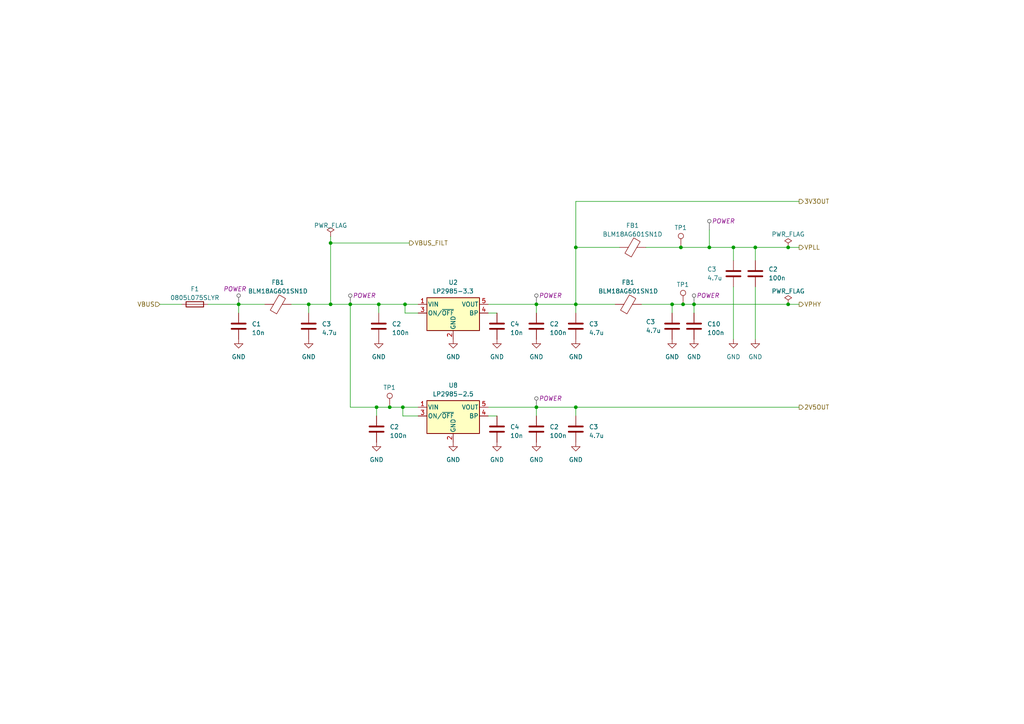
<source format=kicad_sch>
(kicad_sch (version 20230121) (generator eeschema)
  (paper "A4")
  (title_block (title "FTDI JTAG Programmer") (date "2024-10-11") (rev "2"))
  (lib_symbols
    (symbol "Connector:TestPoint" (pin_numbers hide) (pin_names (offset 0.762) hide)
      (property "Reference" "TP" (at 0 6.858 0))
      (property "Value" "TestPoint" (at 0 5.08 0))
      (symbol "TestPoint_0_1"
        (circle (center 0 3.302) (radius 0.762))
      )
      (symbol "TestPoint_1_1"
        (pin passive line (at 0 0 90) (length 2.54) (name "1") (number "1"))
      )
    )
    (symbol "Device:C" (pin_numbers hide) (pin_names (offset 0.254))
      (property "Reference" "C" (at 0.635 2.54 0))
      (property "Value" "C" (at 0.635 -2.54 0))
      (symbol "C_0_1"
        (polyline (pts (xy -2.032 -0.762) (xy 2.032 -0.762)) (stroke (width 0.508)))
        (polyline (pts (xy -2.032 0.762) (xy 2.032 0.762)) (stroke (width 0.508)))
      )
      (symbol "C_1_1"
        (pin passive line (at 0 3.81 270) (length 2.794) (name "~") (number "1"))
        (pin passive line (at 0 -3.81 90) (length 2.794) (name "~") (number "2"))
      )
    )
    (symbol "Device:FerriteBead" (pin_numbers hide) (pin_names (offset 0))
      (property "Reference" "FB" (at -3.81 0.635 90))
      (property "Value" "FerriteBead" (at 3.81 0 90))
      (symbol "FerriteBead_0_1"
        (polyline (pts (xy 0 -1.27) (xy 0 -1.2192)))
        (polyline (pts (xy 0 1.27) (xy 0 1.2954)))
        (polyline (pts (xy -2.7686 0.4064) (xy -1.7018 2.2606) (xy 2.7686 -0.3048) (xy 1.6764 -2.159) (xy -2.7686 0.4064)))
      )
      (symbol "FerriteBead_1_1"
        (pin passive line (at 0 3.81 270) (length 2.54) (name "~") (number "1"))
        (pin passive line (at 0 -3.81 90) (length 2.54) (name "~") (number "2"))
      )
    )
    (symbol "Device:Fuse" (pin_numbers hide) (pin_names (offset 0))
      (property "Reference" "F" (at 2.032 0 90))
      (property "Value" "Fuse" (at -1.905 0 90))
      (symbol "Fuse_0_1"
        (rectangle (start -0.762 -2.54) (end 0.762 2.54) (stroke (width 0.254)))
        (polyline (pts (xy 0 2.54) (xy 0 -2.54)))
      )
      (symbol "Fuse_1_1"
        (pin passive line (at 0 3.81 270) (length 1.27) (name "~") (number "1"))
        (pin passive line (at 0 -3.81 90) (length 1.27) (name "~") (number "2"))
      )
    )
    (symbol "Regulator_Linear:LP2985-2.5" (pin_names (offset 0.254))
      (property "Reference" "U" (at -6.35 5.715 0))
      (property "Value" "LP2985-2.5" (at 0 5.715 0))
      (symbol "LP2985-2.5_0_1"
        (rectangle (start -7.62 -5.08) (end 7.62 4.445) (stroke (width 0.254)) (fill (type background)))
      )
      (symbol "LP2985-2.5_1_1"
        (pin power_in line (at -10.16 2.54 0) (length 2.54) (name "VIN") (number "1"))
        (pin power_in line (at 0 -7.62 90) (length 2.54) (name "GND") (number "2"))
        (pin input line (at -10.16 0 0) (length 2.54) (name "ON/~{OFF}") (number "3"))
        (pin input line (at 10.16 0 180) (length 2.54) (name "BP") (number "4"))
        (pin power_out line (at 10.16 2.54 180) (length 2.54) (name "VOUT") (number "5"))
      )
    )
    (symbol "Regulator_Linear:LP2985-3.3" (pin_names (offset 0.254))
      (property "Reference" "U" (at -6.35 5.715 0))
      (property "Value" "LP2985-3.3" (at 0 5.715 0))
      (symbol "LP2985-3.3_0_1"
        (rectangle (start -7.62 -5.08) (end 7.62 4.445) (stroke (width 0.254)) (fill (type background)))
      )
      (symbol "LP2985-3.3_1_1"
        (pin power_in line (at -10.16 2.54 0) (length 2.54) (name "VIN") (number "1"))
        (pin power_in line (at 0 -7.62 90) (length 2.54) (name "GND") (number "2"))
        (pin input line (at -10.16 0 0) (length 2.54) (name "ON/~{OFF}") (number "3"))
        (pin input line (at 10.16 0 180) (length 2.54) (name "BP") (number "4"))
        (pin power_out line (at 10.16 2.54 180) (length 2.54) (name "VOUT") (number "5"))
      )
    )
    (symbol "power:GND" (power) (pin_names (offset 0))
      (property "Value" "GND" (at 0 -3.81 0))
      (symbol "GND_0_1"
        (polyline (pts (xy 0 0) (xy 0 -1.27) (xy 1.27 -1.27) (xy 0 -2.54) (xy -1.27 -1.27) (xy 0 -1.27)))
      )
      (symbol "GND_1_1"
        (pin power_in line (at 0 0 270) (length 0) hide (name "GND") (number "1"))
      )
    )
    (symbol "power:PWR_FLAG" (power) (pin_numbers hide) (pin_names (offset 0) hide)
      (property "Value" "PWR_FLAG" (at 0 3.81 0))
      (symbol "PWR_FLAG_0_0"
        (pin power_out line (at 0 0 90) (length 0) (name "pwr") (number "1"))
      )
      (symbol "PWR_FLAG_0_1"
        (polyline (pts (xy 0 0) (xy 0 1.27) (xy -1.016 1.905) (xy 0 2.54) (xy 1.016 1.905) (xy 0 1.27)))
      )
    )
  )
  (junction (at 228.6 71.755))
  (junction (at 194.945 88.265))
  (junction (at 197.485 71.755))
  (junction (at 167.005 118.11))
  (junction (at 113.03 118.11))
  (junction (at 109.855 88.265))
  (junction (at 95.885 88.265))
  (junction (at 219.075 71.755))
  (junction (at 69.215 88.265))
  (junction (at 205.74 71.755))
  (junction (at 167.005 88.265))
  (junction (at 89.535 88.265))
  (junction (at 117.475 88.265))
  (junction (at 95.885 70.485))
  (junction (at 101.6 88.265))
  (junction (at 109.22 118.11))
  (junction (at 201.295 88.265))
  (junction (at 198.12 88.265))
  (junction (at 155.575 88.265))
  (junction (at 167.005 71.755))
  (junction (at 116.84 118.11))
  (junction (at 155.575 118.11))
  (junction (at 212.725 71.755))
  (junction (at 228.6 88.265))
  (wire (pts (xy 46.355 88.265) (xy 52.705 88.265)))
  (wire (pts (xy 141.605 120.65) (xy 144.145 120.65)))
  (wire (pts (xy 95.885 70.485) (xy 118.745 70.485)))
  (wire (pts (xy 95.885 88.265) (xy 89.535 88.265)))
  (wire (pts (xy 101.6 88.265) (xy 101.6 118.11)))
  (wire (pts (xy 205.74 71.755) (xy 212.725 71.755)))
  (wire (pts (xy 198.12 88.265) (xy 194.945 88.265)))
  (wire (pts (xy 109.22 118.11) (xy 101.6 118.11)))
  (wire (pts (xy 219.075 71.755) (xy 219.075 75.565)))
  (wire (pts (xy 117.475 88.265) (xy 109.855 88.265)))
  (wire (pts (xy 109.22 118.11) (xy 109.22 120.65)))
  (wire (pts (xy 167.005 118.11) (xy 167.005 120.65)))
  (wire (pts (xy 205.74 66.675) (xy 205.74 71.755)))
  (wire (pts (xy 155.575 118.11) (xy 167.005 118.11)))
  (wire (pts (xy 155.575 118.11) (xy 155.575 120.65)))
  (wire (pts (xy 113.03 118.11) (xy 109.22 118.11)))
  (wire (pts (xy 205.74 71.755) (xy 197.485 71.755)))
  (wire (pts (xy 117.475 88.265) (xy 121.285 88.265)))
  (wire (pts (xy 69.215 88.265) (xy 69.215 90.805)))
  (wire (pts (xy 167.005 88.265) (xy 178.435 88.265)))
  (wire (pts (xy 141.605 118.11) (xy 155.575 118.11)))
  (wire (pts (xy 201.295 90.805) (xy 201.295 88.265)))
  (wire (pts (xy 219.075 71.755) (xy 228.6 71.755)))
  (wire (pts (xy 194.945 90.805) (xy 194.945 88.265)))
  (wire (pts (xy 167.005 88.265) (xy 167.005 90.805)))
  (wire (pts (xy 231.775 118.11) (xy 167.005 118.11)))
  (wire (pts (xy 167.005 71.755) (xy 167.005 88.265)))
  (wire (pts (xy 228.6 88.265) (xy 231.775 88.265)))
  (wire (pts (xy 194.945 88.265) (xy 186.055 88.265)))
  (wire (pts (xy 109.855 88.265) (xy 109.855 90.805)))
  (wire (pts (xy 121.285 90.805) (xy 117.475 90.805)))
  (wire (pts (xy 212.725 75.565) (xy 212.725 71.755)))
  (wire (pts (xy 167.005 71.755) (xy 179.705 71.755)))
  (wire (pts (xy 167.005 71.755) (xy 167.005 58.42)))
  (wire (pts (xy 95.885 68.58) (xy 95.885 70.485)))
  (wire (pts (xy 167.005 58.42) (xy 231.775 58.42)))
  (wire (pts (xy 116.84 120.65) (xy 116.84 118.11)))
  (wire (pts (xy 117.475 90.805) (xy 117.475 88.265)))
  (wire (pts (xy 121.285 120.65) (xy 116.84 120.65)))
  (wire (pts (xy 89.535 88.265) (xy 89.535 90.805)))
  (wire (pts (xy 69.215 88.265) (xy 76.835 88.265)))
  (wire (pts (xy 60.325 88.265) (xy 69.215 88.265)))
  (wire (pts (xy 212.725 83.185) (xy 212.725 98.425)))
  (wire (pts (xy 141.605 90.805) (xy 144.145 90.805)))
  (wire (pts (xy 101.6 88.265) (xy 95.885 88.265)))
  (wire (pts (xy 89.535 88.265) (xy 84.455 88.265)))
  (wire (pts (xy 95.885 88.265) (xy 95.885 70.485)))
  (wire (pts (xy 141.605 88.265) (xy 155.575 88.265)))
  (wire (pts (xy 197.485 71.755) (xy 187.325 71.755)))
  (wire (pts (xy 113.03 118.11) (xy 116.84 118.11)))
  (wire (pts (xy 155.575 88.265) (xy 155.575 90.805)))
  (wire (pts (xy 201.295 88.265) (xy 228.6 88.265)))
  (wire (pts (xy 219.075 83.185) (xy 219.075 98.425)))
  (wire (pts (xy 155.575 88.265) (xy 167.005 88.265)))
  (wire (pts (xy 116.84 118.11) (xy 121.285 118.11)))
  (wire (pts (xy 101.6 88.265) (xy 109.855 88.265)))
  (wire (pts (xy 228.6 71.755) (xy 231.775 71.755)))
  (wire (pts (xy 201.295 88.265) (xy 198.12 88.265)))
  (wire (pts (xy 212.725 71.755) (xy 219.075 71.755)))
  (hierarchical_label "VBUS_FILT" (shape output) (at 118.745 70.485 0))
  (hierarchical_label "2V5OUT" (shape output) (at 231.775 118.11 0))
  (hierarchical_label "VPLL" (shape output) (at 231.775 71.755 0))
  (hierarchical_label "VPHY" (shape output) (at 231.775 88.265 0))
  (hierarchical_label "3V3OUT" (shape output) (at 231.775 58.42 0))
  (hierarchical_label "VBUS" (shape input) (at 46.355 88.265 180))
  (netclass_flag "" (length 2.54) (shape round) (at 155.575 88.265 0) (property "Netclass" "POWER" (at 156.2735 85.725 0) (effects (font italic) (justify left))))
  (netclass_flag "" (length 2.54) (shape round) (at 69.215 88.265 0) (property "Netclass" "POWER" (at 64.77 83.82 0) (effects (font italic) (justify left))))
  (netclass_flag "" (length 2.54) (shape round) (at 155.575 118.11 0) (property "Netclass" "POWER" (at 156.2735 115.57 0) (effects (font italic) (justify left))))
  (netclass_flag "" (length 2.54) (shape round) (at 101.6 88.265 0) (property "Netclass" "POWER" (at 102.2985 85.725 0) (effects (font italic) (justify left))))
  (netclass_flag "" (length 2.54) (shape round) (at 205.74 66.675 0) (property "Netclass" "POWER" (at 206.4385 64.135 0) (effects (font italic) (justify left))))
  (netclass_flag "" (length 2.54) (shape round) (at 201.295 88.265 0) (property "Netclass" "POWER" (at 201.9935 85.725 0) (effects (font italic) (justify left))))
  (symbol (lib_id "Regulator_Linear:LP2985-2.5") (at 131.445 120.65 0) (unit 1)
    (property "Reference" "U8" (at 131.445 111.76 0))
    (property "Value" "LP2985-2.5" (at 131.445 114.3 0))
    (property "Footprint" "Package_TO_SOT_SMD:SOT-23-5" (effects hide))
    (property "Datasheet" "http://www.ti.com/lit/ds/symlink/lp2985.pdf" (effects hide))
    (property "LCSC" "C2863838" (effects hide))
  )
  (symbol (lib_id "Device:FerriteBead") (at 80.645 88.265 90) (unit 1)
    (property "Reference" "FB1" (at 80.5942 81.915 90))
    (property "Value" "BLM18AG601SN1D" (at 80.5942 84.455 90))
    (property "Footprint" "Inductor_SMD:L_0603_1608Metric" (effects hide))
    (property "LCSC" "C107335" (effects hide))
    (instances (project "JTAGProgrammer" (path "" (reference "FB1") (unit 1)) (path "" (reference "FB2") (unit 1))))
  )
  (symbol (lib_id "Device:C") (at 69.215 94.615 0) (unit 1)
    (property "Reference" "C1" (at 73.025 93.98 0) (effects (justify left)))
    (property "Value" "10n" (at 73.025 96.52 0) (effects (justify left)))
    (property "Footprint" "Capacitor_SMD:C_0603_1608Metric" (effects hide))
    (instances (project "JTAGProgrammer" (path "" (reference "C1") (unit 1)) (path "" (reference "C3") (unit 1))))
  )
  (symbol (lib_id "power:GND") (at 212.725 98.425 0) (mirror y) (unit 1)
    (property "Reference" "#PWR08" (effects hide))
    (property "Value" "GND" (at 212.725 103.505 0))
    (instances (project "JTAGProgrammer" (path "" (reference "#PWR08") (unit 1)) (path "" (reference "#PWR011") (unit 1))))
  )
  (symbol (lib_id "Device:C") (at 144.145 124.46 0) (unit 1)
    (property "Reference" "C4" (at 147.955 123.825 0) (effects (justify left)))
    (property "Value" "10n" (at 147.955 126.365 0) (effects (justify left)))
    (property "Footprint" "Capacitor_SMD:C_0603_1608Metric" (effects hide))
    (instances (project "JTAGProgrammer" (path "" (reference "C4") (unit 1)) (path "" (reference "C27") (unit 1))))
  )
  (symbol (lib_id "power:GND") (at 167.005 128.27 0) (mirror y) (unit 1)
    (property "Reference" "#PWR08" (effects hide))
    (property "Value" "GND" (at 167.005 133.35 0))
    (instances (project "JTAGProgrammer" (path "" (reference "#PWR08") (unit 1)) (path "" (reference "#PWR038") (unit 1))))
  )
  (symbol (lib_id "power:GND") (at 131.445 128.27 0) (mirror y) (unit 1)
    (property "Reference" "#PWR05" (effects hide))
    (property "Value" "GND" (at 131.445 133.35 0))
    (instances (project "JTAGProgrammer" (path "" (reference "#PWR05") (unit 1)) (path "" (reference "#PWR040") (unit 1))))
  )
  (symbol (lib_id "power:GND") (at 155.575 98.425 0) (mirror y) (unit 1)
    (property "Reference" "#PWR08" (effects hide))
    (property "Value" "GND" (at 155.575 103.505 0))
    (instances (project "JTAGProgrammer" (path "" (reference "#PWR08") (unit 1)) (path "" (reference "#PWR07") (unit 1))))
  )
  (symbol (lib_id "power:GND") (at 109.855 98.425 0) (mirror y) (unit 1)
    (property "Reference" "#PWR07" (effects hide))
    (property "Value" "GND" (at 109.855 103.505 0))
    (instances (project "JTAGProgrammer" (path "" (reference "#PWR07") (unit 1)) (path "" (reference "#PWR04") (unit 1))))
  )
  (symbol (lib_id "Connector:TestPoint") (at 198.12 88.265 0) (unit 1)
    (property "Reference" "TP1" (at 196.215 82.55 0) (effects (justify left)))
    (property "Value" "TestPoint" (effects hide))
    (property "Footprint" "TestPoint:TestPoint_Pad_D1.0mm" (effects hide))
    (instances (project "JTAGProgrammer" (path "" (reference "TP1") (unit 1)) (path "" (reference "TP16") (unit 1))))
  )
  (symbol (lib_id "Device:C") (at 109.855 94.615 0) (unit 1)
    (property "Reference" "C2" (at 113.665 93.98 0) (effects (justify left)))
    (property "Value" "100n" (at 113.665 96.52 0) (effects (justify left)))
    (property "Footprint" "Capacitor_SMD:C_0603_1608Metric" (effects hide))
    (instances (project "JTAGProgrammer" (path "" (reference "C2") (unit 1)) (path "" (reference "C5") (unit 1))))
  )
  (symbol (lib_id "Device:C") (at 155.575 124.46 0) (unit 1)
    (property "Reference" "C2" (at 159.385 123.825 0) (effects (justify left)))
    (property "Value" "100n" (at 159.385 126.365 0) (effects (justify left)))
    (property "Footprint" "Capacitor_SMD:C_0603_1608Metric" (effects hide))
    (instances (project "JTAGProgrammer" (path "" (reference "C2") (unit 1)) (path "" (reference "C28") (unit 1))))
  )
  (symbol (lib_id "power:GND") (at 167.005 98.425 0) (mirror y) (unit 1)
    (property "Reference" "#PWR08" (effects hide))
    (property "Value" "GND" (at 167.005 103.505 0))
  )
  (symbol (lib_id "power:GND") (at 155.575 128.27 0) (mirror y) (unit 1)
    (property "Reference" "#PWR08" (effects hide))
    (property "Value" "GND" (at 155.575 133.35 0))
    (instances (project "JTAGProgrammer" (path "" (reference "#PWR08") (unit 1)) (path "" (reference "#PWR037") (unit 1))))
  )
  (symbol (lib_id "Device:C") (at 109.22 124.46 0) (unit 1)
    (property "Reference" "C2" (at 113.03 123.825 0) (effects (justify left)))
    (property "Value" "100n" (at 113.03 126.365 0) (effects (justify left)))
    (property "Footprint" "Capacitor_SMD:C_0603_1608Metric" (effects hide))
    (instances (project "JTAGProgrammer" (path "" (reference "C2") (unit 1)) (path "" (reference "C30") (unit 1))))
  )
  (symbol (lib_id "power:GND") (at 219.075 98.425 0) (mirror y) (unit 1)
    (property "Reference" "#PWR08" (effects hide))
    (property "Value" "GND" (at 219.075 103.505 0))
    (instances (project "JTAGProgrammer" (path "" (reference "#PWR08") (unit 1)) (path "" (reference "#PWR012") (unit 1))))
  )
  (symbol (lib_id "power:PWR_FLAG") (at 95.885 68.58 0) (unit 1)
    (property "Reference" "#FLG01" (effects hide))
    (property "Value" "PWR_FLAG" (at 95.885 65.405 0))
  )
  (symbol (lib_id "Device:C") (at 167.005 124.46 0) (unit 1)
    (property "Reference" "C3" (at 170.815 123.825 0) (effects (justify left)))
    (property "Value" "4.7u" (at 170.815 126.365 0) (effects (justify left)))
    (property "Footprint" "Capacitor_SMD:C_1206_3216Metric" (effects hide))
    (instances (project "JTAGProgrammer" (path "" (reference "C3") (unit 1)) (path "" (reference "C29") (unit 1))))
  )
  (symbol (lib_id "Device:C") (at 89.535 94.615 0) (unit 1)
    (property "Reference" "C3" (at 93.345 93.98 0) (effects (justify left)))
    (property "Value" "4.7u" (at 93.345 96.52 0) (effects (justify left)))
    (property "Footprint" "Capacitor_SMD:C_1206_3216Metric" (effects hide))
    (instances (project "JTAGProgrammer" (path "" (reference "C3") (unit 1)) (path "" (reference "C4") (unit 1))))
  )
  (symbol (lib_id "power:GND") (at 131.445 98.425 0) (mirror y) (unit 1)
    (property "Reference" "#PWR05" (effects hide))
    (property "Value" "GND" (at 131.445 103.505 0))
  )
  (symbol (lib_id "Device:C") (at 144.145 94.615 0) (unit 1)
    (property "Reference" "C4" (at 147.955 93.98 0) (effects (justify left)))
    (property "Value" "10n" (at 147.955 96.52 0) (effects (justify left)))
    (property "Footprint" "Capacitor_SMD:C_0603_1608Metric" (effects hide))
    (instances (project "JTAGProgrammer" (path "" (reference "C4") (unit 1)) (path "" (reference "C6") (unit 1))))
  )
  (symbol (lib_id "Regulator_Linear:LP2985-3.3") (at 131.445 90.805 0) (unit 1)
    (property "Reference" "U2" (at 131.445 81.915 0))
    (property "Value" "LP2985-3.3" (at 131.445 84.455 0))
    (property "Footprint" "Package_TO_SOT_SMD:SOT-23-5" (effects hide))
    (property "Datasheet" "http://www.ti.com/lit/ds/symlink/lp2985.pdf" (effects hide))
    (property "LCSC" "C95414" (effects hide))
    (instances (project "JTAGProgrammer" (path "" (reference "U2") (unit 1)) (path "" (reference "U1") (unit 1))))
  )
  (symbol (lib_id "Device:C") (at 167.005 94.615 0) (unit 1)
    (property "Reference" "C3" (at 170.815 93.98 0) (effects (justify left)))
    (property "Value" "4.7u" (at 170.815 96.52 0) (effects (justify left)))
    (property "Footprint" "Capacitor_SMD:C_1206_3216Metric" (effects hide))
    (instances (project "JTAGProgrammer" (path "" (reference "C3") (unit 1)) (path "" (reference "C8") (unit 1))))
  )
  (symbol (lib_id "power:GND") (at 69.215 98.425 0) (mirror y) (unit 1)
    (property "Reference" "#PWR03" (effects hide))
    (property "Value" "GND" (at 69.215 103.505 0))
    (instances (project "JTAGProgrammer" (path "" (reference "#PWR03") (unit 1)) (path "" (reference "#PWR02") (unit 1))))
  )
  (symbol (lib_id "Device:C") (at 201.295 94.615 0) (unit 1)
    (property "Reference" "C10" (at 205.105 93.98 0) (effects (justify left)))
    (property "Value" "100n" (at 205.105 96.52 0) (effects (justify left)))
    (property "Footprint" "Capacitor_SMD:C_0603_1608Metric" (effects hide))
  )
  (symbol (lib_id "power:PWR_FLAG") (at 228.6 88.265 0) (unit 1)
    (property "Reference" "#FLG03" (effects hide))
    (property "Value" "PWR_FLAG" (at 228.6 84.455 0))
  )
  (symbol (lib_id "power:GND") (at 109.22 128.27 0) (mirror y) (unit 1)
    (property "Reference" "#PWR07" (effects hide))
    (property "Value" "GND" (at 109.22 133.35 0))
    (instances (project "JTAGProgrammer" (path "" (reference "#PWR07") (unit 1)) (path "" (reference "#PWR039") (unit 1))))
  )
  (symbol (lib_id "Device:Fuse") (at 56.515 88.265 90) (unit 1)
    (property "Reference" "F1" (at 56.515 83.82 90))
    (property "Value" "0805L075SLYR" (at 56.515 86.36 90))
    (property "Footprint" "Fuse:Fuse_0805_2012Metric" (effects hide))
    (property "LCSC" "C2843994" (effects hide))
  )
  (symbol (lib_id "Device:FerriteBead") (at 183.515 71.755 90) (unit 1)
    (property "Reference" "FB1" (at 183.4642 65.405 90))
    (property "Value" "BLM18AG601SN1D" (at 183.4642 67.945 90))
    (property "Footprint" "Inductor_SMD:L_0603_1608Metric" (effects hide))
    (property "LCSC" "C107335" (effects hide))
  )
  (symbol (lib_id "power:PWR_FLAG") (at 228.6 71.755 0) (unit 1)
    (property "Reference" "#FLG02" (effects hide))
    (property "Value" "PWR_FLAG" (at 228.6 67.945 0))
  )
  (symbol (lib_id "Connector:TestPoint") (at 197.485 71.755 0) (unit 1)
    (property "Reference" "TP1" (at 195.58 66.04 0) (effects (justify left)))
    (property "Value" "TestPoint" (effects hide))
    (property "Footprint" "TestPoint:TestPoint_Pad_D1.0mm" (effects hide))
    (instances (project "JTAGProgrammer" (path "" (reference "TP1") (unit 1)) (path "" (reference "TP15") (unit 1))))
  )
  (symbol (lib_id "Connector:TestPoint") (at 113.03 118.11 0) (unit 1)
    (property "Reference" "TP1" (at 111.125 112.395 0) (effects (justify left)))
    (property "Value" "TestPoint" (effects hide))
    (property "Footprint" "TestPoint:TestPoint_Pad_D1.0mm" (effects hide))
    (instances (project "JTAGProgrammer" (path "" (reference "TP1") (unit 1)) (path "" (reference "TP14") (unit 1))))
  )
  (symbol (lib_id "power:GND") (at 194.945 98.425 0) (mirror y) (unit 1)
    (property "Reference" "#PWR08" (effects hide))
    (property "Value" "GND" (at 194.945 103.505 0))
    (instances (project "JTAGProgrammer" (path "" (reference "#PWR08") (unit 1)) (path "" (reference "#PWR09") (unit 1))))
  )
  (symbol (lib_id "Device:C") (at 155.575 94.615 0) (unit 1)
    (property "Reference" "C2" (at 159.385 93.98 0) (effects (justify left)))
    (property "Value" "100n" (at 159.385 96.52 0) (effects (justify left)))
    (property "Footprint" "Capacitor_SMD:C_0603_1608Metric" (effects hide))
    (instances (project "JTAGProgrammer" (path "" (reference "C2") (unit 1)) (path "" (reference "C7") (unit 1))))
  )
  (symbol (lib_id "power:GND") (at 144.145 98.425 0) (mirror y) (unit 1)
    (property "Reference" "#PWR08" (effects hide))
    (property "Value" "GND" (at 144.145 103.505 0))
    (instances (project "JTAGProgrammer" (path "" (reference "#PWR08") (unit 1)) (path "" (reference "#PWR06") (unit 1))))
  )
  (symbol (lib_id "Device:C") (at 212.725 79.375 0) (unit 1)
    (property "Reference" "C3" (at 205.105 78.105 0) (effects (justify left)))
    (property "Value" "4.7u" (at 205.105 80.645 0) (effects (justify left)))
    (property "Footprint" "Capacitor_SMD:C_1206_3216Metric" (effects hide))
    (instances (project "JTAGProgrammer" (path "" (reference "C3") (unit 1)) (path "" (reference "C1") (unit 1))))
  )
  (symbol (lib_id "power:GND") (at 201.295 98.425 0) (mirror y) (unit 1)
    (property "Reference" "#PWR08" (effects hide))
    (property "Value" "GND" (at 201.295 103.505 0))
    (instances (project "JTAGProgrammer" (path "" (reference "#PWR08") (unit 1)) (path "" (reference "#PWR010") (unit 1))))
  )
  (symbol (lib_id "Device:C") (at 219.075 79.375 0) (unit 1)
    (property "Reference" "C2" (at 222.885 78.105 0) (effects (justify left)))
    (property "Value" "100n" (at 222.885 80.645 0) (effects (justify left)))
    (property "Footprint" "Capacitor_SMD:C_0603_1608Metric" (effects hide))
  )
  (symbol (lib_id "power:GND") (at 144.145 128.27 0) (mirror y) (unit 1)
    (property "Reference" "#PWR08" (effects hide))
    (property "Value" "GND" (at 144.145 133.35 0))
    (instances (project "JTAGProgrammer" (path "" (reference "#PWR08") (unit 1)) (path "" (reference "#PWR036") (unit 1))))
  )
  (symbol (lib_id "Device:FerriteBead") (at 182.245 88.265 90) (unit 1)
    (property "Reference" "FB1" (at 182.1942 81.915 90))
    (property "Value" "BLM18AG601SN1D" (at 182.1942 84.455 90))
    (property "Footprint" "Inductor_SMD:L_0603_1608Metric" (effects hide))
    (property "LCSC" "C107335" (effects hide))
    (instances (project "JTAGProgrammer" (path "" (reference "FB1") (unit 1)) (path "" (reference "FB3") (unit 1))))
  )
  (symbol (lib_id "Device:C") (at 194.945 94.615 0) (unit 1)
    (property "Reference" "C3" (at 187.325 93.345 0) (effects (justify left)))
    (property "Value" "4.7u" (at 187.325 95.885 0) (effects (justify left)))
    (property "Footprint" "Capacitor_SMD:C_1206_3216Metric" (effects hide))
    (instances (project "JTAGProgrammer" (path "" (reference "C3") (unit 1)) (path "" (reference "C9") (unit 1))))
  )
  (symbol (lib_id "power:GND") (at 89.535 98.425 0) (mirror y) (unit 1)
    (property "Reference" "#PWR06" (effects hide))
    (property "Value" "GND" (at 89.535 103.505 0))
    (instances (project "JTAGProgrammer" (path "" (reference "#PWR06") (unit 1)) (path "" (reference "#PWR03") (unit 1))))
  )
)
</source>
